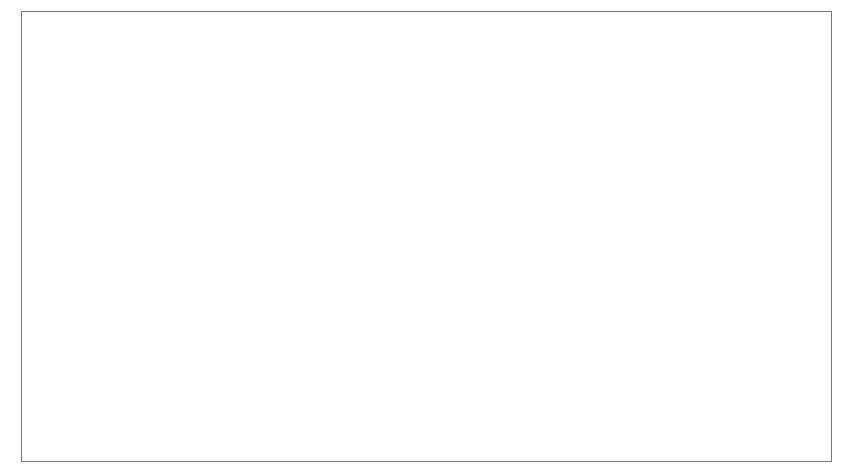
<source format=gbr>
G04 #@! TF.GenerationSoftware,KiCad,Pcbnew,(5.1.5)-3*
G04 #@! TF.CreationDate,2021-08-20T13:05:58+01:00*
G04 #@! TF.ProjectId,Circulator,43697263-756c-4617-946f-722e6b696361,rev?*
G04 #@! TF.SameCoordinates,Original*
G04 #@! TF.FileFunction,Profile,NP*
%FSLAX46Y46*%
G04 Gerber Fmt 4.6, Leading zero omitted, Abs format (unit mm)*
G04 Created by KiCad (PCBNEW (5.1.5)-3) date 2021-08-20 13:05:58*
%MOMM*%
%LPD*%
G04 APERTURE LIST*
%ADD10C,0.050000*%
G04 APERTURE END LIST*
D10*
X99568000Y-106172000D02*
X99568000Y-68072000D01*
X168148000Y-106172000D02*
X99568000Y-106172000D01*
X168148000Y-68072000D02*
X168148000Y-106172000D01*
X99568000Y-68072000D02*
X168148000Y-68072000D01*
M02*

</source>
